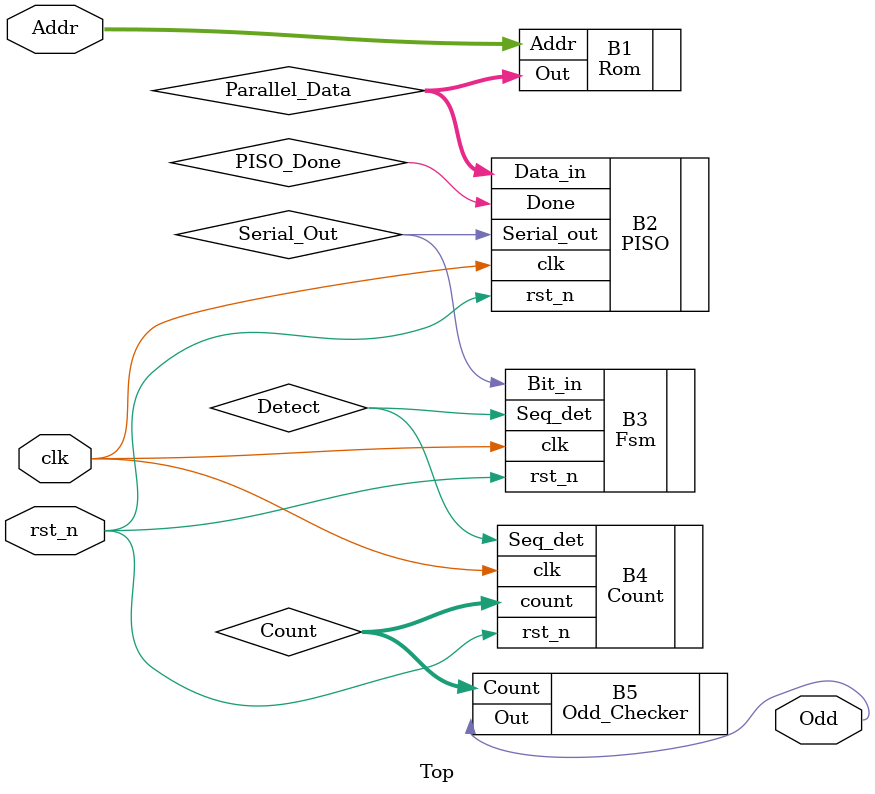
<source format=v>
module Top(
 input [4:0] Addr,
 input clk,
 input rst_n,
 output Odd);

 wire [15:0] Parallel_Data;
 wire Serial_Out, PISO_Done, Detect;
 wire [2:0] Count; 

 Rom #(.Width(16), .depth(32)) B1(.Addr(Addr), .Out(Parallel_Data));
 PISO #(.Width(16)) B2(.clk(clk), .rst_n(rst_n), .Data_in(Parallel_Data), .Serial_out(Serial_Out), .Done(PISO_Done));
 Fsm B3(.clk(clk), .rst_n(rst_n), .Bit_in(Serial_Out), .Seq_det(Detect));
 Count B4(.clk(clk), .rst_n(rst_n), .Seq_det(Detect), .count(Count));
 Odd_Checker B5(.Count(Count), .Out(Odd));
  

endmodule

</source>
